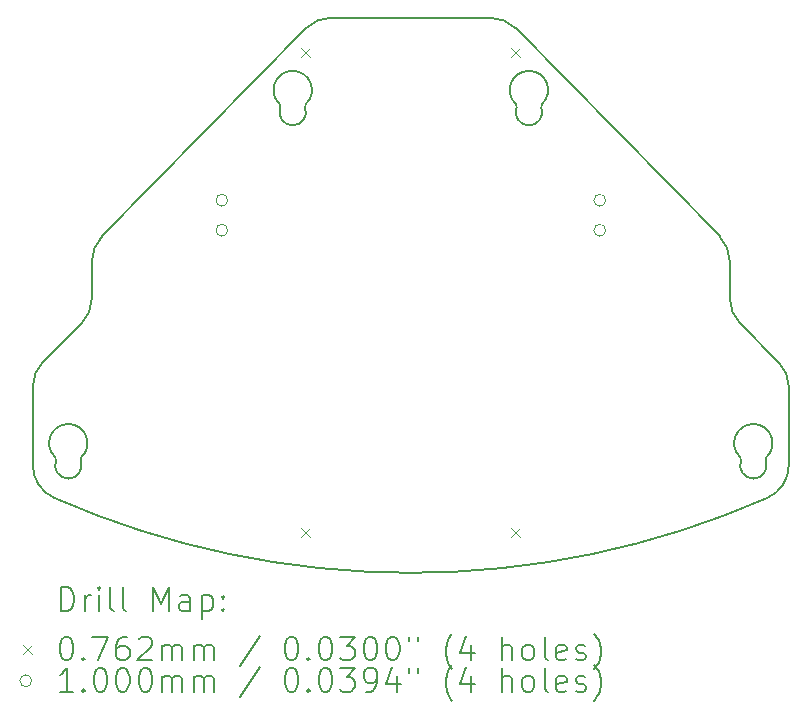
<source format=gbr>
%TF.GenerationSoftware,KiCad,Pcbnew,7.0.2-0*%
%TF.CreationDate,2023-07-23T18:41:56+09:00*%
%TF.ProjectId,boost_board2,626f6f73-745f-4626-9f61-7264322e6b69,rev?*%
%TF.SameCoordinates,Original*%
%TF.FileFunction,Drillmap*%
%TF.FilePolarity,Positive*%
%FSLAX45Y45*%
G04 Gerber Fmt 4.5, Leading zero omitted, Abs format (unit mm)*
G04 Created by KiCad (PCBNEW 7.0.2-0) date 2023-07-23 18:41:56*
%MOMM*%
%LPD*%
G01*
G04 APERTURE LIST*
%ADD10C,0.200000*%
%ADD11C,0.076200*%
%ADD12C,0.100000*%
G04 APERTURE END LIST*
D10*
X18112132Y-8912132D02*
X17787868Y-8587868D01*
X17795336Y-9748895D02*
G75*
G03*
X17789133Y-9721450I-23266J9165D01*
G01*
X18200000Y-9790144D02*
X18200000Y-9124264D01*
X14111772Y-6090067D02*
X12385691Y-7852128D01*
X17795336Y-9748894D02*
G75*
G03*
X18004665Y-9748894I104665J-41250D01*
G01*
X11887867Y-8912131D02*
G75*
G03*
X11800000Y-9124264I212103J-212119D01*
G01*
X18010864Y-9721446D02*
G75*
G03*
X18004665Y-9748894I17046J-18274D01*
G01*
X18010867Y-9721450D02*
G75*
G03*
X17789133Y-9721450I-110867J118806D01*
G01*
X14326081Y-5999996D02*
G75*
G03*
X14111772Y-6090067I9J-300014D01*
G01*
X12385692Y-7852129D02*
G75*
G03*
X12300000Y-8062061I214328J-209941D01*
G01*
X11799996Y-9790144D02*
G75*
G03*
X11979167Y-10064734I300004J4D01*
G01*
X12210867Y-9721450D02*
G75*
G03*
X11989133Y-9721450I-110867J118806D01*
G01*
X12212130Y-8587866D02*
G75*
G03*
X12300000Y-8375736I-212110J212126D01*
G01*
X12300000Y-8062061D02*
X12300000Y-8375736D01*
X11995331Y-9748893D02*
G75*
G03*
X11989133Y-9721450I-23241J9173D01*
G01*
X14110867Y-6731306D02*
G75*
G03*
X13889133Y-6731306I-110867J118806D01*
G01*
X14110865Y-6731303D02*
G75*
G03*
X14104665Y-6758750I17055J-18277D01*
G01*
X17614309Y-7852128D02*
X15888228Y-6090067D01*
X18020832Y-10064730D02*
G75*
G03*
X18200000Y-9790144I-120832J274590D01*
G01*
X16110863Y-6731302D02*
G75*
G03*
X16104665Y-6758750I17067J-18278D01*
G01*
X18199997Y-9124264D02*
G75*
G03*
X18112132Y-8912132I-299997J4D01*
G01*
X17699995Y-8062061D02*
G75*
G03*
X17614309Y-7852128I-299985J11D01*
G01*
X16110867Y-6731306D02*
G75*
G03*
X15889133Y-6731306I-110867J118806D01*
G01*
X12212132Y-8587868D02*
X11887868Y-8912132D01*
X17700000Y-8375736D02*
X17700000Y-8062061D01*
X11800000Y-9124264D02*
X11800000Y-9790144D01*
X17700000Y-8375736D02*
G75*
G03*
X17787868Y-8587868I299990J-4D01*
G01*
X15888226Y-6090069D02*
G75*
G03*
X15673919Y-6000000I-214306J-209921D01*
G01*
X12210871Y-9721454D02*
G75*
G03*
X12204665Y-9748894I17039J-18276D01*
G01*
X11979167Y-10064734D02*
G75*
G03*
X18020833Y-10064734I3020833J6864734D01*
G01*
X13895341Y-6758752D02*
G75*
G03*
X13889133Y-6731306I-23271J9162D01*
G01*
X13895335Y-6758750D02*
G75*
G03*
X14104664Y-6758750I104665J-41250D01*
G01*
X15895333Y-6758749D02*
G75*
G03*
X15889133Y-6731306I-23253J9169D01*
G01*
X11995335Y-9748894D02*
G75*
G03*
X12204664Y-9748894I104665J-41250D01*
G01*
X15673919Y-6000000D02*
X14326081Y-6000000D01*
X15895336Y-6758750D02*
G75*
G03*
X16104665Y-6758750I104665J-41250D01*
G01*
D11*
X14072900Y-6258300D02*
X14149100Y-6334500D01*
X14149100Y-6258300D02*
X14072900Y-6334500D01*
X14072900Y-10322300D02*
X14149100Y-10398500D01*
X14149100Y-10322300D02*
X14072900Y-10398500D01*
X15850900Y-6258300D02*
X15927100Y-6334500D01*
X15927100Y-6258300D02*
X15850900Y-6334500D01*
X15850900Y-10322300D02*
X15927100Y-10398500D01*
X15927100Y-10322300D02*
X15850900Y-10398500D01*
D12*
X13450000Y-7546000D02*
G75*
G03*
X13450000Y-7546000I-50000J0D01*
G01*
X13450000Y-7800000D02*
G75*
G03*
X13450000Y-7800000I-50000J0D01*
G01*
X16650000Y-7546000D02*
G75*
G03*
X16650000Y-7546000I-50000J0D01*
G01*
X16650000Y-7800000D02*
G75*
G03*
X16650000Y-7800000I-50000J0D01*
G01*
D10*
X12037619Y-11022524D02*
X12037619Y-10822524D01*
X12037619Y-10822524D02*
X12085238Y-10822524D01*
X12085238Y-10822524D02*
X12113809Y-10832048D01*
X12113809Y-10832048D02*
X12132857Y-10851095D01*
X12132857Y-10851095D02*
X12142381Y-10870143D01*
X12142381Y-10870143D02*
X12151905Y-10908238D01*
X12151905Y-10908238D02*
X12151905Y-10936810D01*
X12151905Y-10936810D02*
X12142381Y-10974905D01*
X12142381Y-10974905D02*
X12132857Y-10993952D01*
X12132857Y-10993952D02*
X12113809Y-11013000D01*
X12113809Y-11013000D02*
X12085238Y-11022524D01*
X12085238Y-11022524D02*
X12037619Y-11022524D01*
X12237619Y-11022524D02*
X12237619Y-10889191D01*
X12237619Y-10927286D02*
X12247143Y-10908238D01*
X12247143Y-10908238D02*
X12256667Y-10898714D01*
X12256667Y-10898714D02*
X12275714Y-10889191D01*
X12275714Y-10889191D02*
X12294762Y-10889191D01*
X12361428Y-11022524D02*
X12361428Y-10889191D01*
X12361428Y-10822524D02*
X12351905Y-10832048D01*
X12351905Y-10832048D02*
X12361428Y-10841572D01*
X12361428Y-10841572D02*
X12370952Y-10832048D01*
X12370952Y-10832048D02*
X12361428Y-10822524D01*
X12361428Y-10822524D02*
X12361428Y-10841572D01*
X12485238Y-11022524D02*
X12466190Y-11013000D01*
X12466190Y-11013000D02*
X12456667Y-10993952D01*
X12456667Y-10993952D02*
X12456667Y-10822524D01*
X12590000Y-11022524D02*
X12570952Y-11013000D01*
X12570952Y-11013000D02*
X12561428Y-10993952D01*
X12561428Y-10993952D02*
X12561428Y-10822524D01*
X12818571Y-11022524D02*
X12818571Y-10822524D01*
X12818571Y-10822524D02*
X12885238Y-10965381D01*
X12885238Y-10965381D02*
X12951905Y-10822524D01*
X12951905Y-10822524D02*
X12951905Y-11022524D01*
X13132857Y-11022524D02*
X13132857Y-10917762D01*
X13132857Y-10917762D02*
X13123333Y-10898714D01*
X13123333Y-10898714D02*
X13104286Y-10889191D01*
X13104286Y-10889191D02*
X13066190Y-10889191D01*
X13066190Y-10889191D02*
X13047143Y-10898714D01*
X13132857Y-11013000D02*
X13113809Y-11022524D01*
X13113809Y-11022524D02*
X13066190Y-11022524D01*
X13066190Y-11022524D02*
X13047143Y-11013000D01*
X13047143Y-11013000D02*
X13037619Y-10993952D01*
X13037619Y-10993952D02*
X13037619Y-10974905D01*
X13037619Y-10974905D02*
X13047143Y-10955857D01*
X13047143Y-10955857D02*
X13066190Y-10946333D01*
X13066190Y-10946333D02*
X13113809Y-10946333D01*
X13113809Y-10946333D02*
X13132857Y-10936810D01*
X13228095Y-10889191D02*
X13228095Y-11089191D01*
X13228095Y-10898714D02*
X13247143Y-10889191D01*
X13247143Y-10889191D02*
X13285238Y-10889191D01*
X13285238Y-10889191D02*
X13304286Y-10898714D01*
X13304286Y-10898714D02*
X13313809Y-10908238D01*
X13313809Y-10908238D02*
X13323333Y-10927286D01*
X13323333Y-10927286D02*
X13323333Y-10984429D01*
X13323333Y-10984429D02*
X13313809Y-11003476D01*
X13313809Y-11003476D02*
X13304286Y-11013000D01*
X13304286Y-11013000D02*
X13285238Y-11022524D01*
X13285238Y-11022524D02*
X13247143Y-11022524D01*
X13247143Y-11022524D02*
X13228095Y-11013000D01*
X13409048Y-11003476D02*
X13418571Y-11013000D01*
X13418571Y-11013000D02*
X13409048Y-11022524D01*
X13409048Y-11022524D02*
X13399524Y-11013000D01*
X13399524Y-11013000D02*
X13409048Y-11003476D01*
X13409048Y-11003476D02*
X13409048Y-11022524D01*
X13409048Y-10898714D02*
X13418571Y-10908238D01*
X13418571Y-10908238D02*
X13409048Y-10917762D01*
X13409048Y-10917762D02*
X13399524Y-10908238D01*
X13399524Y-10908238D02*
X13409048Y-10898714D01*
X13409048Y-10898714D02*
X13409048Y-10917762D01*
D11*
X11713800Y-11311900D02*
X11790000Y-11388100D01*
X11790000Y-11311900D02*
X11713800Y-11388100D01*
D10*
X12075714Y-11242524D02*
X12094762Y-11242524D01*
X12094762Y-11242524D02*
X12113809Y-11252048D01*
X12113809Y-11252048D02*
X12123333Y-11261571D01*
X12123333Y-11261571D02*
X12132857Y-11280619D01*
X12132857Y-11280619D02*
X12142381Y-11318714D01*
X12142381Y-11318714D02*
X12142381Y-11366333D01*
X12142381Y-11366333D02*
X12132857Y-11404429D01*
X12132857Y-11404429D02*
X12123333Y-11423476D01*
X12123333Y-11423476D02*
X12113809Y-11433000D01*
X12113809Y-11433000D02*
X12094762Y-11442524D01*
X12094762Y-11442524D02*
X12075714Y-11442524D01*
X12075714Y-11442524D02*
X12056667Y-11433000D01*
X12056667Y-11433000D02*
X12047143Y-11423476D01*
X12047143Y-11423476D02*
X12037619Y-11404429D01*
X12037619Y-11404429D02*
X12028095Y-11366333D01*
X12028095Y-11366333D02*
X12028095Y-11318714D01*
X12028095Y-11318714D02*
X12037619Y-11280619D01*
X12037619Y-11280619D02*
X12047143Y-11261571D01*
X12047143Y-11261571D02*
X12056667Y-11252048D01*
X12056667Y-11252048D02*
X12075714Y-11242524D01*
X12228095Y-11423476D02*
X12237619Y-11433000D01*
X12237619Y-11433000D02*
X12228095Y-11442524D01*
X12228095Y-11442524D02*
X12218571Y-11433000D01*
X12218571Y-11433000D02*
X12228095Y-11423476D01*
X12228095Y-11423476D02*
X12228095Y-11442524D01*
X12304286Y-11242524D02*
X12437619Y-11242524D01*
X12437619Y-11242524D02*
X12351905Y-11442524D01*
X12599524Y-11242524D02*
X12561428Y-11242524D01*
X12561428Y-11242524D02*
X12542381Y-11252048D01*
X12542381Y-11252048D02*
X12532857Y-11261571D01*
X12532857Y-11261571D02*
X12513809Y-11290143D01*
X12513809Y-11290143D02*
X12504286Y-11328238D01*
X12504286Y-11328238D02*
X12504286Y-11404429D01*
X12504286Y-11404429D02*
X12513809Y-11423476D01*
X12513809Y-11423476D02*
X12523333Y-11433000D01*
X12523333Y-11433000D02*
X12542381Y-11442524D01*
X12542381Y-11442524D02*
X12580476Y-11442524D01*
X12580476Y-11442524D02*
X12599524Y-11433000D01*
X12599524Y-11433000D02*
X12609048Y-11423476D01*
X12609048Y-11423476D02*
X12618571Y-11404429D01*
X12618571Y-11404429D02*
X12618571Y-11356810D01*
X12618571Y-11356810D02*
X12609048Y-11337762D01*
X12609048Y-11337762D02*
X12599524Y-11328238D01*
X12599524Y-11328238D02*
X12580476Y-11318714D01*
X12580476Y-11318714D02*
X12542381Y-11318714D01*
X12542381Y-11318714D02*
X12523333Y-11328238D01*
X12523333Y-11328238D02*
X12513809Y-11337762D01*
X12513809Y-11337762D02*
X12504286Y-11356810D01*
X12694762Y-11261571D02*
X12704286Y-11252048D01*
X12704286Y-11252048D02*
X12723333Y-11242524D01*
X12723333Y-11242524D02*
X12770952Y-11242524D01*
X12770952Y-11242524D02*
X12790000Y-11252048D01*
X12790000Y-11252048D02*
X12799524Y-11261571D01*
X12799524Y-11261571D02*
X12809048Y-11280619D01*
X12809048Y-11280619D02*
X12809048Y-11299667D01*
X12809048Y-11299667D02*
X12799524Y-11328238D01*
X12799524Y-11328238D02*
X12685238Y-11442524D01*
X12685238Y-11442524D02*
X12809048Y-11442524D01*
X12894762Y-11442524D02*
X12894762Y-11309190D01*
X12894762Y-11328238D02*
X12904286Y-11318714D01*
X12904286Y-11318714D02*
X12923333Y-11309190D01*
X12923333Y-11309190D02*
X12951905Y-11309190D01*
X12951905Y-11309190D02*
X12970952Y-11318714D01*
X12970952Y-11318714D02*
X12980476Y-11337762D01*
X12980476Y-11337762D02*
X12980476Y-11442524D01*
X12980476Y-11337762D02*
X12990000Y-11318714D01*
X12990000Y-11318714D02*
X13009048Y-11309190D01*
X13009048Y-11309190D02*
X13037619Y-11309190D01*
X13037619Y-11309190D02*
X13056667Y-11318714D01*
X13056667Y-11318714D02*
X13066190Y-11337762D01*
X13066190Y-11337762D02*
X13066190Y-11442524D01*
X13161429Y-11442524D02*
X13161429Y-11309190D01*
X13161429Y-11328238D02*
X13170952Y-11318714D01*
X13170952Y-11318714D02*
X13190000Y-11309190D01*
X13190000Y-11309190D02*
X13218571Y-11309190D01*
X13218571Y-11309190D02*
X13237619Y-11318714D01*
X13237619Y-11318714D02*
X13247143Y-11337762D01*
X13247143Y-11337762D02*
X13247143Y-11442524D01*
X13247143Y-11337762D02*
X13256667Y-11318714D01*
X13256667Y-11318714D02*
X13275714Y-11309190D01*
X13275714Y-11309190D02*
X13304286Y-11309190D01*
X13304286Y-11309190D02*
X13323333Y-11318714D01*
X13323333Y-11318714D02*
X13332857Y-11337762D01*
X13332857Y-11337762D02*
X13332857Y-11442524D01*
X13723333Y-11233000D02*
X13551905Y-11490143D01*
X13980476Y-11242524D02*
X13999524Y-11242524D01*
X13999524Y-11242524D02*
X14018572Y-11252048D01*
X14018572Y-11252048D02*
X14028095Y-11261571D01*
X14028095Y-11261571D02*
X14037619Y-11280619D01*
X14037619Y-11280619D02*
X14047143Y-11318714D01*
X14047143Y-11318714D02*
X14047143Y-11366333D01*
X14047143Y-11366333D02*
X14037619Y-11404429D01*
X14037619Y-11404429D02*
X14028095Y-11423476D01*
X14028095Y-11423476D02*
X14018572Y-11433000D01*
X14018572Y-11433000D02*
X13999524Y-11442524D01*
X13999524Y-11442524D02*
X13980476Y-11442524D01*
X13980476Y-11442524D02*
X13961429Y-11433000D01*
X13961429Y-11433000D02*
X13951905Y-11423476D01*
X13951905Y-11423476D02*
X13942381Y-11404429D01*
X13942381Y-11404429D02*
X13932857Y-11366333D01*
X13932857Y-11366333D02*
X13932857Y-11318714D01*
X13932857Y-11318714D02*
X13942381Y-11280619D01*
X13942381Y-11280619D02*
X13951905Y-11261571D01*
X13951905Y-11261571D02*
X13961429Y-11252048D01*
X13961429Y-11252048D02*
X13980476Y-11242524D01*
X14132857Y-11423476D02*
X14142381Y-11433000D01*
X14142381Y-11433000D02*
X14132857Y-11442524D01*
X14132857Y-11442524D02*
X14123333Y-11433000D01*
X14123333Y-11433000D02*
X14132857Y-11423476D01*
X14132857Y-11423476D02*
X14132857Y-11442524D01*
X14266191Y-11242524D02*
X14285238Y-11242524D01*
X14285238Y-11242524D02*
X14304286Y-11252048D01*
X14304286Y-11252048D02*
X14313810Y-11261571D01*
X14313810Y-11261571D02*
X14323333Y-11280619D01*
X14323333Y-11280619D02*
X14332857Y-11318714D01*
X14332857Y-11318714D02*
X14332857Y-11366333D01*
X14332857Y-11366333D02*
X14323333Y-11404429D01*
X14323333Y-11404429D02*
X14313810Y-11423476D01*
X14313810Y-11423476D02*
X14304286Y-11433000D01*
X14304286Y-11433000D02*
X14285238Y-11442524D01*
X14285238Y-11442524D02*
X14266191Y-11442524D01*
X14266191Y-11442524D02*
X14247143Y-11433000D01*
X14247143Y-11433000D02*
X14237619Y-11423476D01*
X14237619Y-11423476D02*
X14228095Y-11404429D01*
X14228095Y-11404429D02*
X14218572Y-11366333D01*
X14218572Y-11366333D02*
X14218572Y-11318714D01*
X14218572Y-11318714D02*
X14228095Y-11280619D01*
X14228095Y-11280619D02*
X14237619Y-11261571D01*
X14237619Y-11261571D02*
X14247143Y-11252048D01*
X14247143Y-11252048D02*
X14266191Y-11242524D01*
X14399524Y-11242524D02*
X14523333Y-11242524D01*
X14523333Y-11242524D02*
X14456667Y-11318714D01*
X14456667Y-11318714D02*
X14485238Y-11318714D01*
X14485238Y-11318714D02*
X14504286Y-11328238D01*
X14504286Y-11328238D02*
X14513810Y-11337762D01*
X14513810Y-11337762D02*
X14523333Y-11356810D01*
X14523333Y-11356810D02*
X14523333Y-11404429D01*
X14523333Y-11404429D02*
X14513810Y-11423476D01*
X14513810Y-11423476D02*
X14504286Y-11433000D01*
X14504286Y-11433000D02*
X14485238Y-11442524D01*
X14485238Y-11442524D02*
X14428095Y-11442524D01*
X14428095Y-11442524D02*
X14409048Y-11433000D01*
X14409048Y-11433000D02*
X14399524Y-11423476D01*
X14647143Y-11242524D02*
X14666191Y-11242524D01*
X14666191Y-11242524D02*
X14685238Y-11252048D01*
X14685238Y-11252048D02*
X14694762Y-11261571D01*
X14694762Y-11261571D02*
X14704286Y-11280619D01*
X14704286Y-11280619D02*
X14713810Y-11318714D01*
X14713810Y-11318714D02*
X14713810Y-11366333D01*
X14713810Y-11366333D02*
X14704286Y-11404429D01*
X14704286Y-11404429D02*
X14694762Y-11423476D01*
X14694762Y-11423476D02*
X14685238Y-11433000D01*
X14685238Y-11433000D02*
X14666191Y-11442524D01*
X14666191Y-11442524D02*
X14647143Y-11442524D01*
X14647143Y-11442524D02*
X14628095Y-11433000D01*
X14628095Y-11433000D02*
X14618572Y-11423476D01*
X14618572Y-11423476D02*
X14609048Y-11404429D01*
X14609048Y-11404429D02*
X14599524Y-11366333D01*
X14599524Y-11366333D02*
X14599524Y-11318714D01*
X14599524Y-11318714D02*
X14609048Y-11280619D01*
X14609048Y-11280619D02*
X14618572Y-11261571D01*
X14618572Y-11261571D02*
X14628095Y-11252048D01*
X14628095Y-11252048D02*
X14647143Y-11242524D01*
X14837619Y-11242524D02*
X14856667Y-11242524D01*
X14856667Y-11242524D02*
X14875714Y-11252048D01*
X14875714Y-11252048D02*
X14885238Y-11261571D01*
X14885238Y-11261571D02*
X14894762Y-11280619D01*
X14894762Y-11280619D02*
X14904286Y-11318714D01*
X14904286Y-11318714D02*
X14904286Y-11366333D01*
X14904286Y-11366333D02*
X14894762Y-11404429D01*
X14894762Y-11404429D02*
X14885238Y-11423476D01*
X14885238Y-11423476D02*
X14875714Y-11433000D01*
X14875714Y-11433000D02*
X14856667Y-11442524D01*
X14856667Y-11442524D02*
X14837619Y-11442524D01*
X14837619Y-11442524D02*
X14818572Y-11433000D01*
X14818572Y-11433000D02*
X14809048Y-11423476D01*
X14809048Y-11423476D02*
X14799524Y-11404429D01*
X14799524Y-11404429D02*
X14790000Y-11366333D01*
X14790000Y-11366333D02*
X14790000Y-11318714D01*
X14790000Y-11318714D02*
X14799524Y-11280619D01*
X14799524Y-11280619D02*
X14809048Y-11261571D01*
X14809048Y-11261571D02*
X14818572Y-11252048D01*
X14818572Y-11252048D02*
X14837619Y-11242524D01*
X14980476Y-11242524D02*
X14980476Y-11280619D01*
X15056667Y-11242524D02*
X15056667Y-11280619D01*
X15351905Y-11518714D02*
X15342381Y-11509190D01*
X15342381Y-11509190D02*
X15323334Y-11480619D01*
X15323334Y-11480619D02*
X15313810Y-11461571D01*
X15313810Y-11461571D02*
X15304286Y-11433000D01*
X15304286Y-11433000D02*
X15294762Y-11385381D01*
X15294762Y-11385381D02*
X15294762Y-11347286D01*
X15294762Y-11347286D02*
X15304286Y-11299667D01*
X15304286Y-11299667D02*
X15313810Y-11271095D01*
X15313810Y-11271095D02*
X15323334Y-11252048D01*
X15323334Y-11252048D02*
X15342381Y-11223476D01*
X15342381Y-11223476D02*
X15351905Y-11213952D01*
X15513810Y-11309190D02*
X15513810Y-11442524D01*
X15466191Y-11233000D02*
X15418572Y-11375857D01*
X15418572Y-11375857D02*
X15542381Y-11375857D01*
X15770953Y-11442524D02*
X15770953Y-11242524D01*
X15856667Y-11442524D02*
X15856667Y-11337762D01*
X15856667Y-11337762D02*
X15847143Y-11318714D01*
X15847143Y-11318714D02*
X15828096Y-11309190D01*
X15828096Y-11309190D02*
X15799524Y-11309190D01*
X15799524Y-11309190D02*
X15780476Y-11318714D01*
X15780476Y-11318714D02*
X15770953Y-11328238D01*
X15980476Y-11442524D02*
X15961429Y-11433000D01*
X15961429Y-11433000D02*
X15951905Y-11423476D01*
X15951905Y-11423476D02*
X15942381Y-11404429D01*
X15942381Y-11404429D02*
X15942381Y-11347286D01*
X15942381Y-11347286D02*
X15951905Y-11328238D01*
X15951905Y-11328238D02*
X15961429Y-11318714D01*
X15961429Y-11318714D02*
X15980476Y-11309190D01*
X15980476Y-11309190D02*
X16009048Y-11309190D01*
X16009048Y-11309190D02*
X16028096Y-11318714D01*
X16028096Y-11318714D02*
X16037619Y-11328238D01*
X16037619Y-11328238D02*
X16047143Y-11347286D01*
X16047143Y-11347286D02*
X16047143Y-11404429D01*
X16047143Y-11404429D02*
X16037619Y-11423476D01*
X16037619Y-11423476D02*
X16028096Y-11433000D01*
X16028096Y-11433000D02*
X16009048Y-11442524D01*
X16009048Y-11442524D02*
X15980476Y-11442524D01*
X16161429Y-11442524D02*
X16142381Y-11433000D01*
X16142381Y-11433000D02*
X16132857Y-11413952D01*
X16132857Y-11413952D02*
X16132857Y-11242524D01*
X16313810Y-11433000D02*
X16294762Y-11442524D01*
X16294762Y-11442524D02*
X16256667Y-11442524D01*
X16256667Y-11442524D02*
X16237619Y-11433000D01*
X16237619Y-11433000D02*
X16228096Y-11413952D01*
X16228096Y-11413952D02*
X16228096Y-11337762D01*
X16228096Y-11337762D02*
X16237619Y-11318714D01*
X16237619Y-11318714D02*
X16256667Y-11309190D01*
X16256667Y-11309190D02*
X16294762Y-11309190D01*
X16294762Y-11309190D02*
X16313810Y-11318714D01*
X16313810Y-11318714D02*
X16323334Y-11337762D01*
X16323334Y-11337762D02*
X16323334Y-11356810D01*
X16323334Y-11356810D02*
X16228096Y-11375857D01*
X16399524Y-11433000D02*
X16418572Y-11442524D01*
X16418572Y-11442524D02*
X16456667Y-11442524D01*
X16456667Y-11442524D02*
X16475715Y-11433000D01*
X16475715Y-11433000D02*
X16485238Y-11413952D01*
X16485238Y-11413952D02*
X16485238Y-11404429D01*
X16485238Y-11404429D02*
X16475715Y-11385381D01*
X16475715Y-11385381D02*
X16456667Y-11375857D01*
X16456667Y-11375857D02*
X16428096Y-11375857D01*
X16428096Y-11375857D02*
X16409048Y-11366333D01*
X16409048Y-11366333D02*
X16399524Y-11347286D01*
X16399524Y-11347286D02*
X16399524Y-11337762D01*
X16399524Y-11337762D02*
X16409048Y-11318714D01*
X16409048Y-11318714D02*
X16428096Y-11309190D01*
X16428096Y-11309190D02*
X16456667Y-11309190D01*
X16456667Y-11309190D02*
X16475715Y-11318714D01*
X16551905Y-11518714D02*
X16561429Y-11509190D01*
X16561429Y-11509190D02*
X16580477Y-11480619D01*
X16580477Y-11480619D02*
X16590000Y-11461571D01*
X16590000Y-11461571D02*
X16599524Y-11433000D01*
X16599524Y-11433000D02*
X16609048Y-11385381D01*
X16609048Y-11385381D02*
X16609048Y-11347286D01*
X16609048Y-11347286D02*
X16599524Y-11299667D01*
X16599524Y-11299667D02*
X16590000Y-11271095D01*
X16590000Y-11271095D02*
X16580477Y-11252048D01*
X16580477Y-11252048D02*
X16561429Y-11223476D01*
X16561429Y-11223476D02*
X16551905Y-11213952D01*
D12*
X11790000Y-11614000D02*
G75*
G03*
X11790000Y-11614000I-50000J0D01*
G01*
D10*
X12142381Y-11706524D02*
X12028095Y-11706524D01*
X12085238Y-11706524D02*
X12085238Y-11506524D01*
X12085238Y-11506524D02*
X12066190Y-11535095D01*
X12066190Y-11535095D02*
X12047143Y-11554143D01*
X12047143Y-11554143D02*
X12028095Y-11563667D01*
X12228095Y-11687476D02*
X12237619Y-11697000D01*
X12237619Y-11697000D02*
X12228095Y-11706524D01*
X12228095Y-11706524D02*
X12218571Y-11697000D01*
X12218571Y-11697000D02*
X12228095Y-11687476D01*
X12228095Y-11687476D02*
X12228095Y-11706524D01*
X12361428Y-11506524D02*
X12380476Y-11506524D01*
X12380476Y-11506524D02*
X12399524Y-11516048D01*
X12399524Y-11516048D02*
X12409048Y-11525571D01*
X12409048Y-11525571D02*
X12418571Y-11544619D01*
X12418571Y-11544619D02*
X12428095Y-11582714D01*
X12428095Y-11582714D02*
X12428095Y-11630333D01*
X12428095Y-11630333D02*
X12418571Y-11668429D01*
X12418571Y-11668429D02*
X12409048Y-11687476D01*
X12409048Y-11687476D02*
X12399524Y-11697000D01*
X12399524Y-11697000D02*
X12380476Y-11706524D01*
X12380476Y-11706524D02*
X12361428Y-11706524D01*
X12361428Y-11706524D02*
X12342381Y-11697000D01*
X12342381Y-11697000D02*
X12332857Y-11687476D01*
X12332857Y-11687476D02*
X12323333Y-11668429D01*
X12323333Y-11668429D02*
X12313809Y-11630333D01*
X12313809Y-11630333D02*
X12313809Y-11582714D01*
X12313809Y-11582714D02*
X12323333Y-11544619D01*
X12323333Y-11544619D02*
X12332857Y-11525571D01*
X12332857Y-11525571D02*
X12342381Y-11516048D01*
X12342381Y-11516048D02*
X12361428Y-11506524D01*
X12551905Y-11506524D02*
X12570952Y-11506524D01*
X12570952Y-11506524D02*
X12590000Y-11516048D01*
X12590000Y-11516048D02*
X12599524Y-11525571D01*
X12599524Y-11525571D02*
X12609048Y-11544619D01*
X12609048Y-11544619D02*
X12618571Y-11582714D01*
X12618571Y-11582714D02*
X12618571Y-11630333D01*
X12618571Y-11630333D02*
X12609048Y-11668429D01*
X12609048Y-11668429D02*
X12599524Y-11687476D01*
X12599524Y-11687476D02*
X12590000Y-11697000D01*
X12590000Y-11697000D02*
X12570952Y-11706524D01*
X12570952Y-11706524D02*
X12551905Y-11706524D01*
X12551905Y-11706524D02*
X12532857Y-11697000D01*
X12532857Y-11697000D02*
X12523333Y-11687476D01*
X12523333Y-11687476D02*
X12513809Y-11668429D01*
X12513809Y-11668429D02*
X12504286Y-11630333D01*
X12504286Y-11630333D02*
X12504286Y-11582714D01*
X12504286Y-11582714D02*
X12513809Y-11544619D01*
X12513809Y-11544619D02*
X12523333Y-11525571D01*
X12523333Y-11525571D02*
X12532857Y-11516048D01*
X12532857Y-11516048D02*
X12551905Y-11506524D01*
X12742381Y-11506524D02*
X12761429Y-11506524D01*
X12761429Y-11506524D02*
X12780476Y-11516048D01*
X12780476Y-11516048D02*
X12790000Y-11525571D01*
X12790000Y-11525571D02*
X12799524Y-11544619D01*
X12799524Y-11544619D02*
X12809048Y-11582714D01*
X12809048Y-11582714D02*
X12809048Y-11630333D01*
X12809048Y-11630333D02*
X12799524Y-11668429D01*
X12799524Y-11668429D02*
X12790000Y-11687476D01*
X12790000Y-11687476D02*
X12780476Y-11697000D01*
X12780476Y-11697000D02*
X12761429Y-11706524D01*
X12761429Y-11706524D02*
X12742381Y-11706524D01*
X12742381Y-11706524D02*
X12723333Y-11697000D01*
X12723333Y-11697000D02*
X12713809Y-11687476D01*
X12713809Y-11687476D02*
X12704286Y-11668429D01*
X12704286Y-11668429D02*
X12694762Y-11630333D01*
X12694762Y-11630333D02*
X12694762Y-11582714D01*
X12694762Y-11582714D02*
X12704286Y-11544619D01*
X12704286Y-11544619D02*
X12713809Y-11525571D01*
X12713809Y-11525571D02*
X12723333Y-11516048D01*
X12723333Y-11516048D02*
X12742381Y-11506524D01*
X12894762Y-11706524D02*
X12894762Y-11573190D01*
X12894762Y-11592238D02*
X12904286Y-11582714D01*
X12904286Y-11582714D02*
X12923333Y-11573190D01*
X12923333Y-11573190D02*
X12951905Y-11573190D01*
X12951905Y-11573190D02*
X12970952Y-11582714D01*
X12970952Y-11582714D02*
X12980476Y-11601762D01*
X12980476Y-11601762D02*
X12980476Y-11706524D01*
X12980476Y-11601762D02*
X12990000Y-11582714D01*
X12990000Y-11582714D02*
X13009048Y-11573190D01*
X13009048Y-11573190D02*
X13037619Y-11573190D01*
X13037619Y-11573190D02*
X13056667Y-11582714D01*
X13056667Y-11582714D02*
X13066190Y-11601762D01*
X13066190Y-11601762D02*
X13066190Y-11706524D01*
X13161429Y-11706524D02*
X13161429Y-11573190D01*
X13161429Y-11592238D02*
X13170952Y-11582714D01*
X13170952Y-11582714D02*
X13190000Y-11573190D01*
X13190000Y-11573190D02*
X13218571Y-11573190D01*
X13218571Y-11573190D02*
X13237619Y-11582714D01*
X13237619Y-11582714D02*
X13247143Y-11601762D01*
X13247143Y-11601762D02*
X13247143Y-11706524D01*
X13247143Y-11601762D02*
X13256667Y-11582714D01*
X13256667Y-11582714D02*
X13275714Y-11573190D01*
X13275714Y-11573190D02*
X13304286Y-11573190D01*
X13304286Y-11573190D02*
X13323333Y-11582714D01*
X13323333Y-11582714D02*
X13332857Y-11601762D01*
X13332857Y-11601762D02*
X13332857Y-11706524D01*
X13723333Y-11497000D02*
X13551905Y-11754143D01*
X13980476Y-11506524D02*
X13999524Y-11506524D01*
X13999524Y-11506524D02*
X14018572Y-11516048D01*
X14018572Y-11516048D02*
X14028095Y-11525571D01*
X14028095Y-11525571D02*
X14037619Y-11544619D01*
X14037619Y-11544619D02*
X14047143Y-11582714D01*
X14047143Y-11582714D02*
X14047143Y-11630333D01*
X14047143Y-11630333D02*
X14037619Y-11668429D01*
X14037619Y-11668429D02*
X14028095Y-11687476D01*
X14028095Y-11687476D02*
X14018572Y-11697000D01*
X14018572Y-11697000D02*
X13999524Y-11706524D01*
X13999524Y-11706524D02*
X13980476Y-11706524D01*
X13980476Y-11706524D02*
X13961429Y-11697000D01*
X13961429Y-11697000D02*
X13951905Y-11687476D01*
X13951905Y-11687476D02*
X13942381Y-11668429D01*
X13942381Y-11668429D02*
X13932857Y-11630333D01*
X13932857Y-11630333D02*
X13932857Y-11582714D01*
X13932857Y-11582714D02*
X13942381Y-11544619D01*
X13942381Y-11544619D02*
X13951905Y-11525571D01*
X13951905Y-11525571D02*
X13961429Y-11516048D01*
X13961429Y-11516048D02*
X13980476Y-11506524D01*
X14132857Y-11687476D02*
X14142381Y-11697000D01*
X14142381Y-11697000D02*
X14132857Y-11706524D01*
X14132857Y-11706524D02*
X14123333Y-11697000D01*
X14123333Y-11697000D02*
X14132857Y-11687476D01*
X14132857Y-11687476D02*
X14132857Y-11706524D01*
X14266191Y-11506524D02*
X14285238Y-11506524D01*
X14285238Y-11506524D02*
X14304286Y-11516048D01*
X14304286Y-11516048D02*
X14313810Y-11525571D01*
X14313810Y-11525571D02*
X14323333Y-11544619D01*
X14323333Y-11544619D02*
X14332857Y-11582714D01*
X14332857Y-11582714D02*
X14332857Y-11630333D01*
X14332857Y-11630333D02*
X14323333Y-11668429D01*
X14323333Y-11668429D02*
X14313810Y-11687476D01*
X14313810Y-11687476D02*
X14304286Y-11697000D01*
X14304286Y-11697000D02*
X14285238Y-11706524D01*
X14285238Y-11706524D02*
X14266191Y-11706524D01*
X14266191Y-11706524D02*
X14247143Y-11697000D01*
X14247143Y-11697000D02*
X14237619Y-11687476D01*
X14237619Y-11687476D02*
X14228095Y-11668429D01*
X14228095Y-11668429D02*
X14218572Y-11630333D01*
X14218572Y-11630333D02*
X14218572Y-11582714D01*
X14218572Y-11582714D02*
X14228095Y-11544619D01*
X14228095Y-11544619D02*
X14237619Y-11525571D01*
X14237619Y-11525571D02*
X14247143Y-11516048D01*
X14247143Y-11516048D02*
X14266191Y-11506524D01*
X14399524Y-11506524D02*
X14523333Y-11506524D01*
X14523333Y-11506524D02*
X14456667Y-11582714D01*
X14456667Y-11582714D02*
X14485238Y-11582714D01*
X14485238Y-11582714D02*
X14504286Y-11592238D01*
X14504286Y-11592238D02*
X14513810Y-11601762D01*
X14513810Y-11601762D02*
X14523333Y-11620810D01*
X14523333Y-11620810D02*
X14523333Y-11668429D01*
X14523333Y-11668429D02*
X14513810Y-11687476D01*
X14513810Y-11687476D02*
X14504286Y-11697000D01*
X14504286Y-11697000D02*
X14485238Y-11706524D01*
X14485238Y-11706524D02*
X14428095Y-11706524D01*
X14428095Y-11706524D02*
X14409048Y-11697000D01*
X14409048Y-11697000D02*
X14399524Y-11687476D01*
X14618572Y-11706524D02*
X14656667Y-11706524D01*
X14656667Y-11706524D02*
X14675714Y-11697000D01*
X14675714Y-11697000D02*
X14685238Y-11687476D01*
X14685238Y-11687476D02*
X14704286Y-11658905D01*
X14704286Y-11658905D02*
X14713810Y-11620810D01*
X14713810Y-11620810D02*
X14713810Y-11544619D01*
X14713810Y-11544619D02*
X14704286Y-11525571D01*
X14704286Y-11525571D02*
X14694762Y-11516048D01*
X14694762Y-11516048D02*
X14675714Y-11506524D01*
X14675714Y-11506524D02*
X14637619Y-11506524D01*
X14637619Y-11506524D02*
X14618572Y-11516048D01*
X14618572Y-11516048D02*
X14609048Y-11525571D01*
X14609048Y-11525571D02*
X14599524Y-11544619D01*
X14599524Y-11544619D02*
X14599524Y-11592238D01*
X14599524Y-11592238D02*
X14609048Y-11611286D01*
X14609048Y-11611286D02*
X14618572Y-11620810D01*
X14618572Y-11620810D02*
X14637619Y-11630333D01*
X14637619Y-11630333D02*
X14675714Y-11630333D01*
X14675714Y-11630333D02*
X14694762Y-11620810D01*
X14694762Y-11620810D02*
X14704286Y-11611286D01*
X14704286Y-11611286D02*
X14713810Y-11592238D01*
X14885238Y-11573190D02*
X14885238Y-11706524D01*
X14837619Y-11497000D02*
X14790000Y-11639857D01*
X14790000Y-11639857D02*
X14913810Y-11639857D01*
X14980476Y-11506524D02*
X14980476Y-11544619D01*
X15056667Y-11506524D02*
X15056667Y-11544619D01*
X15351905Y-11782714D02*
X15342381Y-11773190D01*
X15342381Y-11773190D02*
X15323334Y-11744619D01*
X15323334Y-11744619D02*
X15313810Y-11725571D01*
X15313810Y-11725571D02*
X15304286Y-11697000D01*
X15304286Y-11697000D02*
X15294762Y-11649381D01*
X15294762Y-11649381D02*
X15294762Y-11611286D01*
X15294762Y-11611286D02*
X15304286Y-11563667D01*
X15304286Y-11563667D02*
X15313810Y-11535095D01*
X15313810Y-11535095D02*
X15323334Y-11516048D01*
X15323334Y-11516048D02*
X15342381Y-11487476D01*
X15342381Y-11487476D02*
X15351905Y-11477952D01*
X15513810Y-11573190D02*
X15513810Y-11706524D01*
X15466191Y-11497000D02*
X15418572Y-11639857D01*
X15418572Y-11639857D02*
X15542381Y-11639857D01*
X15770953Y-11706524D02*
X15770953Y-11506524D01*
X15856667Y-11706524D02*
X15856667Y-11601762D01*
X15856667Y-11601762D02*
X15847143Y-11582714D01*
X15847143Y-11582714D02*
X15828096Y-11573190D01*
X15828096Y-11573190D02*
X15799524Y-11573190D01*
X15799524Y-11573190D02*
X15780476Y-11582714D01*
X15780476Y-11582714D02*
X15770953Y-11592238D01*
X15980476Y-11706524D02*
X15961429Y-11697000D01*
X15961429Y-11697000D02*
X15951905Y-11687476D01*
X15951905Y-11687476D02*
X15942381Y-11668429D01*
X15942381Y-11668429D02*
X15942381Y-11611286D01*
X15942381Y-11611286D02*
X15951905Y-11592238D01*
X15951905Y-11592238D02*
X15961429Y-11582714D01*
X15961429Y-11582714D02*
X15980476Y-11573190D01*
X15980476Y-11573190D02*
X16009048Y-11573190D01*
X16009048Y-11573190D02*
X16028096Y-11582714D01*
X16028096Y-11582714D02*
X16037619Y-11592238D01*
X16037619Y-11592238D02*
X16047143Y-11611286D01*
X16047143Y-11611286D02*
X16047143Y-11668429D01*
X16047143Y-11668429D02*
X16037619Y-11687476D01*
X16037619Y-11687476D02*
X16028096Y-11697000D01*
X16028096Y-11697000D02*
X16009048Y-11706524D01*
X16009048Y-11706524D02*
X15980476Y-11706524D01*
X16161429Y-11706524D02*
X16142381Y-11697000D01*
X16142381Y-11697000D02*
X16132857Y-11677952D01*
X16132857Y-11677952D02*
X16132857Y-11506524D01*
X16313810Y-11697000D02*
X16294762Y-11706524D01*
X16294762Y-11706524D02*
X16256667Y-11706524D01*
X16256667Y-11706524D02*
X16237619Y-11697000D01*
X16237619Y-11697000D02*
X16228096Y-11677952D01*
X16228096Y-11677952D02*
X16228096Y-11601762D01*
X16228096Y-11601762D02*
X16237619Y-11582714D01*
X16237619Y-11582714D02*
X16256667Y-11573190D01*
X16256667Y-11573190D02*
X16294762Y-11573190D01*
X16294762Y-11573190D02*
X16313810Y-11582714D01*
X16313810Y-11582714D02*
X16323334Y-11601762D01*
X16323334Y-11601762D02*
X16323334Y-11620810D01*
X16323334Y-11620810D02*
X16228096Y-11639857D01*
X16399524Y-11697000D02*
X16418572Y-11706524D01*
X16418572Y-11706524D02*
X16456667Y-11706524D01*
X16456667Y-11706524D02*
X16475715Y-11697000D01*
X16475715Y-11697000D02*
X16485238Y-11677952D01*
X16485238Y-11677952D02*
X16485238Y-11668429D01*
X16485238Y-11668429D02*
X16475715Y-11649381D01*
X16475715Y-11649381D02*
X16456667Y-11639857D01*
X16456667Y-11639857D02*
X16428096Y-11639857D01*
X16428096Y-11639857D02*
X16409048Y-11630333D01*
X16409048Y-11630333D02*
X16399524Y-11611286D01*
X16399524Y-11611286D02*
X16399524Y-11601762D01*
X16399524Y-11601762D02*
X16409048Y-11582714D01*
X16409048Y-11582714D02*
X16428096Y-11573190D01*
X16428096Y-11573190D02*
X16456667Y-11573190D01*
X16456667Y-11573190D02*
X16475715Y-11582714D01*
X16551905Y-11782714D02*
X16561429Y-11773190D01*
X16561429Y-11773190D02*
X16580477Y-11744619D01*
X16580477Y-11744619D02*
X16590000Y-11725571D01*
X16590000Y-11725571D02*
X16599524Y-11697000D01*
X16599524Y-11697000D02*
X16609048Y-11649381D01*
X16609048Y-11649381D02*
X16609048Y-11611286D01*
X16609048Y-11611286D02*
X16599524Y-11563667D01*
X16599524Y-11563667D02*
X16590000Y-11535095D01*
X16590000Y-11535095D02*
X16580477Y-11516048D01*
X16580477Y-11516048D02*
X16561429Y-11487476D01*
X16561429Y-11487476D02*
X16551905Y-11477952D01*
M02*

</source>
